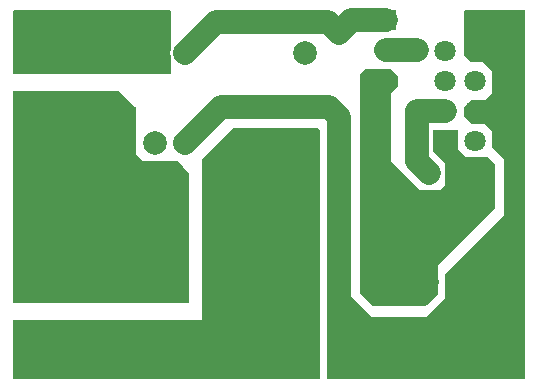
<source format=gbl>
G04 Layer: BottomLayer*
G04 EasyEDA v6.5.34, 2023-10-19 08:42:31*
G04 b67b5cfffcec474382aab84a97846f09,08f173712dbc44b08fd2a75eaeabdc68,10*
G04 Gerber Generator version 0.2*
G04 Scale: 100 percent, Rotated: No, Reflected: No *
G04 Dimensions in millimeters *
G04 leading zeros omitted , absolute positions ,4 integer and 5 decimal *
%FSLAX45Y45*%
%MOMM*%

%ADD10C,2.0000*%
%ADD11C,1.6000*%
%ADD12R,2.0000X3.0000*%
%ADD13R,2.3000X2.0000*%
%ADD14R,1.8000X1.8000*%
%ADD15C,1.8000*%
%ADD16C,1.8796*%
%ADD17R,3.0000X2.2000*%
%ADD18R,2.0000X2.0000*%

%LPD*%
G36*
X70154Y2639974D02*
G01*
X66294Y2640787D01*
X62991Y2642971D01*
X60756Y2646273D01*
X59994Y2650134D01*
X59994Y3169818D01*
X60756Y3173730D01*
X62991Y3177032D01*
X66294Y3179216D01*
X70154Y3179978D01*
X1389837Y3179978D01*
X1393748Y3179216D01*
X1397000Y3177032D01*
X1399235Y3173730D01*
X1399997Y3169818D01*
X1399997Y2863494D01*
X1399590Y2860598D01*
X1396746Y2851048D01*
X1395272Y2844292D01*
X1394002Y2836164D01*
X1393393Y2829204D01*
X1393088Y2820974D01*
X1393342Y2814015D01*
X1394002Y2805785D01*
X1395120Y2798927D01*
X1396746Y2790850D01*
X1399336Y2782417D01*
X1399997Y2778861D01*
X1399997Y2650134D01*
X1399235Y2646273D01*
X1397000Y2642971D01*
X1393748Y2640787D01*
X1389837Y2639974D01*
G37*

%LPD*%
G36*
X70154Y699973D02*
G01*
X66294Y700786D01*
X62991Y702970D01*
X60756Y706272D01*
X59994Y710133D01*
X59994Y2489809D01*
X60756Y2493721D01*
X62991Y2497023D01*
X66294Y2499207D01*
X70154Y2499969D01*
X955802Y2499969D01*
X959662Y2499207D01*
X962964Y2497023D01*
X1097026Y2362962D01*
X1099210Y2359660D01*
X1100023Y2355799D01*
X1100023Y1960981D01*
X1100683Y1959305D01*
X1159306Y1900682D01*
X1160983Y1899970D01*
X1455470Y1899970D01*
X1459585Y1899107D01*
X1463040Y1896618D01*
X1547368Y1802892D01*
X1549298Y1799742D01*
X1550009Y1796084D01*
X1550009Y710133D01*
X1549247Y706272D01*
X1547012Y702970D01*
X1543710Y700786D01*
X1539849Y699973D01*
G37*

%LPD*%
G36*
X3104184Y680008D02*
G01*
X3100324Y680770D01*
X3097022Y682955D01*
X3002991Y777036D01*
X3000756Y780338D01*
X2999994Y784199D01*
X2999994Y2635808D01*
X3000756Y2639669D01*
X3002991Y2642971D01*
X3037027Y2677007D01*
X3040329Y2679242D01*
X3044190Y2680004D01*
X3255772Y2680004D01*
X3259683Y2679242D01*
X3262985Y2677007D01*
X3317036Y2622956D01*
X3319221Y2619654D01*
X3319983Y2615793D01*
X3319983Y2544216D01*
X3319221Y2540304D01*
X3317036Y2537002D01*
X3260699Y2480716D01*
X3259988Y2478989D01*
X3259988Y1900986D01*
X3260699Y1899310D01*
X3499307Y1660702D01*
X3500983Y1659991D01*
X3678986Y1659991D01*
X3680714Y1660702D01*
X3719271Y1699310D01*
X3719982Y1700987D01*
X3719982Y1878990D01*
X3719271Y1880717D01*
X3622954Y1977034D01*
X3620770Y1980336D01*
X3620008Y1984197D01*
X3620008Y2159812D01*
X3620770Y2163724D01*
X3622954Y2167026D01*
X3626256Y2169210D01*
X3630168Y2169972D01*
X3819855Y2169972D01*
X3823715Y2169210D01*
X3827018Y2167026D01*
X3829202Y2163724D01*
X3830015Y2159812D01*
X3830015Y2011019D01*
X3830675Y2009292D01*
X3899306Y1940712D01*
X3900982Y1940001D01*
X4075785Y1940001D01*
X4079646Y1939239D01*
X4082948Y1937004D01*
X4136999Y1882952D01*
X4139234Y1879650D01*
X4139996Y1875789D01*
X4139996Y1504188D01*
X4139234Y1500327D01*
X4136999Y1497025D01*
X3660698Y1020724D01*
X3659987Y1018997D01*
X3659987Y784199D01*
X3659225Y780338D01*
X3657041Y777036D01*
X3562959Y682955D01*
X3559657Y680770D01*
X3555796Y680008D01*
G37*

%LPD*%
G36*
X70154Y59994D02*
G01*
X66294Y60756D01*
X62991Y62991D01*
X60756Y66294D01*
X59994Y70154D01*
X59994Y549859D01*
X60756Y553720D01*
X62991Y557022D01*
X66294Y559206D01*
X70154Y560019D01*
X1658975Y560019D01*
X1659991Y560984D01*
X1659991Y1915769D01*
X1660753Y1919681D01*
X1662988Y1922983D01*
X1917039Y2177034D01*
X1920341Y2179218D01*
X1924202Y2179980D01*
X2635808Y2179980D01*
X2639669Y2179218D01*
X2642971Y2177034D01*
X2657043Y2162962D01*
X2659227Y2159660D01*
X2659989Y2155799D01*
X2659989Y70154D01*
X2659227Y66294D01*
X2657043Y62991D01*
X2653741Y60756D01*
X2649829Y59994D01*
G37*

%LPD*%
G36*
X2730144Y59994D02*
G01*
X2726283Y60756D01*
X2722981Y62991D01*
X2720746Y66294D01*
X2719984Y70154D01*
X2719984Y689813D01*
X2720746Y693724D01*
X2722981Y697026D01*
X2726283Y699211D01*
X2730144Y699973D01*
X2975762Y699973D01*
X2979674Y699211D01*
X2982976Y697026D01*
X3099308Y580694D01*
X3100984Y579983D01*
X3558997Y579983D01*
X3560724Y580694D01*
X3719271Y739292D01*
X3719982Y741019D01*
X3719982Y935786D01*
X3720744Y939698D01*
X3722979Y942949D01*
X4219295Y1439265D01*
X4220006Y1440992D01*
X4220006Y1918970D01*
X4219295Y1920697D01*
X4122978Y2017014D01*
X4120743Y2020316D01*
X4119981Y2024227D01*
X4119981Y2159000D01*
X4119270Y2160727D01*
X4060698Y2219299D01*
X4058970Y2220010D01*
X3944213Y2220010D01*
X3940301Y2220772D01*
X3937000Y2222957D01*
X3882948Y2277008D01*
X3880764Y2280310D01*
X3880002Y2284222D01*
X3880002Y2355799D01*
X3880764Y2359660D01*
X3882948Y2362962D01*
X3937000Y2417013D01*
X3940301Y2419197D01*
X3944213Y2420010D01*
X4058970Y2420010D01*
X4060698Y2420721D01*
X4119270Y2479294D01*
X4119981Y2480970D01*
X4119981Y2658973D01*
X4119270Y2660700D01*
X4040682Y2739288D01*
X4039006Y2739999D01*
X3944213Y2739999D01*
X3940301Y2740761D01*
X3937000Y2742946D01*
X3882948Y2796997D01*
X3880764Y2800299D01*
X3880002Y2804210D01*
X3880002Y3169818D01*
X3880764Y3173730D01*
X3882948Y3177032D01*
X3886250Y3179216D01*
X3890162Y3179978D01*
X4389831Y3179978D01*
X4393742Y3179216D01*
X4396994Y3177032D01*
X4399229Y3173730D01*
X4399991Y3169818D01*
X4399991Y70154D01*
X4399229Y66294D01*
X4396994Y62991D01*
X4393742Y60756D01*
X4389831Y59994D01*
G37*

%LPD*%
D10*
X2820004Y2989996D02*
G01*
X2923992Y3093984D01*
X3220003Y3093984D01*
X3220079Y2839907D02*
G01*
X3479921Y2840923D01*
X2818988Y1800006D02*
G01*
X2818988Y721004D01*
X3059996Y479996D01*
X3599992Y479996D01*
X3823906Y703907D01*
X3823906Y885007D01*
X1519041Y2059111D02*
G01*
X1820031Y2360101D01*
X2740019Y2360101D01*
X2820029Y2280091D01*
X2820029Y2170109D01*
X2820004Y2169982D02*
G01*
X2820004Y1801020D01*
X2818993Y1800009D01*
X1779899Y3079937D02*
G01*
X1519041Y2821111D01*
X2820004Y2989996D02*
G01*
X2730063Y3079937D01*
X1779899Y3079937D01*
X3479990Y2078989D02*
G01*
X3479990Y1901004D01*
X3580988Y1800006D01*
X3722999Y2322992D02*
G01*
X3479993Y2322992D01*
X3479993Y2078992D01*
D11*
G01*
X2820004Y2989996D03*
G01*
X2820004Y2169982D03*
D10*
G01*
X2534991Y2820984D03*
G01*
X1518991Y2820984D03*
D12*
G01*
X1264991Y2820984D03*
D10*
G01*
X1264991Y2058984D03*
G01*
X1518991Y2058984D03*
D13*
G01*
X2534991Y2058984D03*
D14*
G01*
X3220003Y3093984D03*
D15*
G01*
X3220003Y2839984D03*
G01*
X3220003Y2585984D03*
D16*
G01*
X3479998Y2841000D03*
G01*
X3479998Y2079000D03*
G01*
X2818988Y1800006D03*
G01*
X3580988Y1800006D03*
D17*
G01*
X490011Y2819994D03*
G01*
X490011Y2319995D03*
G01*
X490011Y879993D03*
G01*
X490011Y379994D03*
D15*
G01*
X3976999Y2830992D03*
G01*
X3976999Y2576992D03*
G01*
X3976999Y2322992D03*
G01*
X3976999Y2068992D03*
G01*
X3722999Y2830992D03*
G01*
X3722999Y2576992D03*
G01*
X3722999Y2322992D03*
D14*
G01*
X3722999Y2068992D03*
D10*
G01*
X3820002Y879993D03*
G01*
X3570015Y879993D03*
G01*
X1920006Y879993D03*
D18*
G01*
X1420007Y879993D03*
M02*

</source>
